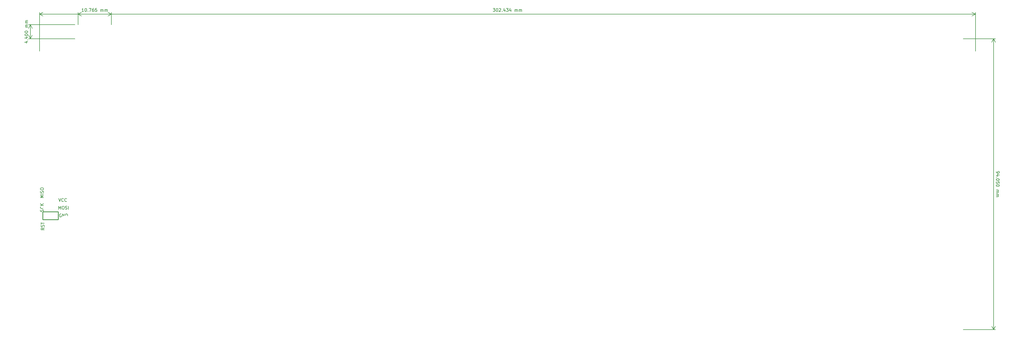
<source format=gto>
G04 #@! TF.GenerationSoftware,KiCad,Pcbnew,(5.1.5)-3*
G04 #@! TF.CreationDate,2020-10-29T06:49:22-07:00*
G04 #@! TF.ProjectId,Voyager60,566f7961-6765-4723-9630-2e6b69636164,rev?*
G04 #@! TF.SameCoordinates,Original*
G04 #@! TF.FileFunction,Legend,Top*
G04 #@! TF.FilePolarity,Positive*
%FSLAX46Y46*%
G04 Gerber Fmt 4.6, Leading zero omitted, Abs format (unit mm)*
G04 Created by KiCad (PCBNEW (5.1.5)-3) date 2020-10-29 06:49:22*
%MOMM*%
%LPD*%
G04 APERTURE LIST*
%ADD10C,0.150000*%
%ADD11C,0.250000*%
%ADD12C,2.150000*%
%ADD13C,4.387800*%
%ADD14C,3.448000*%
%ADD15C,2.100000*%
%ADD16R,2.100000X2.100000*%
%ADD17C,1.050000*%
%ADD18O,1.400000X2.500000*%
%ADD19O,1.400000X2.000000*%
G04 APERTURE END LIST*
D10*
X332470019Y-65997379D02*
X332470019Y-66187856D01*
X332517638Y-66283094D01*
X332565257Y-66330713D01*
X332708114Y-66425951D01*
X332898590Y-66473570D01*
X333279542Y-66473570D01*
X333374780Y-66425951D01*
X333422400Y-66378332D01*
X333470019Y-66283094D01*
X333470019Y-66092618D01*
X333422400Y-65997379D01*
X333374780Y-65949760D01*
X333279542Y-65902141D01*
X333041447Y-65902141D01*
X332946209Y-65949760D01*
X332898590Y-65997379D01*
X332850971Y-66092618D01*
X332850971Y-66283094D01*
X332898590Y-66378332D01*
X332946209Y-66425951D01*
X333041447Y-66473570D01*
X333136685Y-67330713D02*
X332470019Y-67330713D01*
X333517638Y-67092618D02*
X332803352Y-66854522D01*
X332803352Y-67473570D01*
X332565257Y-67854522D02*
X332517638Y-67902141D01*
X332470019Y-67854522D01*
X332517638Y-67806903D01*
X332565257Y-67854522D01*
X332470019Y-67854522D01*
X333470019Y-68521189D02*
X333470019Y-68616427D01*
X333422400Y-68711665D01*
X333374780Y-68759284D01*
X333279542Y-68806903D01*
X333089066Y-68854522D01*
X332850971Y-68854522D01*
X332660495Y-68806903D01*
X332565257Y-68759284D01*
X332517638Y-68711665D01*
X332470019Y-68616427D01*
X332470019Y-68521189D01*
X332517638Y-68425951D01*
X332565257Y-68378332D01*
X332660495Y-68330713D01*
X332850971Y-68283094D01*
X333089066Y-68283094D01*
X333279542Y-68330713D01*
X333374780Y-68378332D01*
X333422400Y-68425951D01*
X333470019Y-68521189D01*
X333470019Y-69759284D02*
X333470019Y-69283094D01*
X332993828Y-69235475D01*
X333041447Y-69283094D01*
X333089066Y-69378332D01*
X333089066Y-69616427D01*
X333041447Y-69711665D01*
X332993828Y-69759284D01*
X332898590Y-69806903D01*
X332660495Y-69806903D01*
X332565257Y-69759284D01*
X332517638Y-69711665D01*
X332470019Y-69616427D01*
X332470019Y-69378332D01*
X332517638Y-69283094D01*
X332565257Y-69235475D01*
X333470019Y-70425951D02*
X333470019Y-70521189D01*
X333422400Y-70616427D01*
X333374780Y-70664046D01*
X333279542Y-70711665D01*
X333089066Y-70759284D01*
X332850971Y-70759284D01*
X332660495Y-70711665D01*
X332565257Y-70664046D01*
X332517638Y-70616427D01*
X332470019Y-70521189D01*
X332470019Y-70425951D01*
X332517638Y-70330713D01*
X332565257Y-70283094D01*
X332660495Y-70235475D01*
X332850971Y-70187856D01*
X333089066Y-70187856D01*
X333279542Y-70235475D01*
X333374780Y-70283094D01*
X333422400Y-70330713D01*
X333470019Y-70425951D01*
X332470019Y-71949760D02*
X333136685Y-71949760D01*
X333041447Y-71949760D02*
X333089066Y-71997379D01*
X333136685Y-72092618D01*
X333136685Y-72235475D01*
X333089066Y-72330713D01*
X332993828Y-72378332D01*
X332470019Y-72378332D01*
X332993828Y-72378332D02*
X333089066Y-72425951D01*
X333136685Y-72521189D01*
X333136685Y-72664046D01*
X333089066Y-72759284D01*
X332993828Y-72806903D01*
X332470019Y-72806903D01*
X332470019Y-73283094D02*
X333136685Y-73283094D01*
X333041447Y-73283094D02*
X333089066Y-73330713D01*
X333136685Y-73425951D01*
X333136685Y-73568808D01*
X333089066Y-73664046D01*
X332993828Y-73711665D01*
X332470019Y-73711665D01*
X332993828Y-73711665D02*
X333089066Y-73759284D01*
X333136685Y-73854522D01*
X333136685Y-73997379D01*
X333089066Y-74092618D01*
X332993828Y-74140237D01*
X332470019Y-74140237D01*
X331622400Y-23020000D02*
X331622400Y-117069999D01*
X321767500Y-23020000D02*
X332208821Y-23020000D01*
X321767500Y-117069999D02*
X332208821Y-117069999D01*
X331622400Y-117069999D02*
X331035979Y-115943495D01*
X331622400Y-117069999D02*
X332208821Y-115943495D01*
X331622400Y-23020000D02*
X331035979Y-24146504D01*
X331622400Y-23020000D02*
X332208821Y-24146504D01*
X18907314Y-23960475D02*
X19573980Y-23960475D01*
X18526361Y-24198570D02*
X19240647Y-24436665D01*
X19240647Y-23817618D01*
X19478742Y-23436665D02*
X19526361Y-23389046D01*
X19573980Y-23436665D01*
X19526361Y-23484284D01*
X19478742Y-23436665D01*
X19573980Y-23436665D01*
X18907314Y-22531903D02*
X19573980Y-22531903D01*
X18526361Y-22769999D02*
X19240647Y-23008094D01*
X19240647Y-22389046D01*
X18573980Y-21817618D02*
X18573980Y-21722379D01*
X18621600Y-21627141D01*
X18669219Y-21579522D01*
X18764457Y-21531903D01*
X18954933Y-21484284D01*
X19193028Y-21484284D01*
X19383504Y-21531903D01*
X19478742Y-21579522D01*
X19526361Y-21627141D01*
X19573980Y-21722379D01*
X19573980Y-21817618D01*
X19526361Y-21912856D01*
X19478742Y-21960475D01*
X19383504Y-22008094D01*
X19193028Y-22055713D01*
X18954933Y-22055713D01*
X18764457Y-22008094D01*
X18669219Y-21960475D01*
X18621600Y-21912856D01*
X18573980Y-21817618D01*
X18573980Y-20865237D02*
X18573980Y-20769999D01*
X18621600Y-20674760D01*
X18669219Y-20627141D01*
X18764457Y-20579522D01*
X18954933Y-20531903D01*
X19193028Y-20531903D01*
X19383504Y-20579522D01*
X19478742Y-20627141D01*
X19526361Y-20674760D01*
X19573980Y-20769999D01*
X19573980Y-20865237D01*
X19526361Y-20960475D01*
X19478742Y-21008094D01*
X19383504Y-21055713D01*
X19193028Y-21103332D01*
X18954933Y-21103332D01*
X18764457Y-21055713D01*
X18669219Y-21008094D01*
X18621600Y-20960475D01*
X18573980Y-20865237D01*
X19573980Y-19341427D02*
X18907314Y-19341427D01*
X19002552Y-19341427D02*
X18954933Y-19293808D01*
X18907314Y-19198570D01*
X18907314Y-19055713D01*
X18954933Y-18960475D01*
X19050171Y-18912856D01*
X19573980Y-18912856D01*
X19050171Y-18912856D02*
X18954933Y-18865237D01*
X18907314Y-18769999D01*
X18907314Y-18627141D01*
X18954933Y-18531903D01*
X19050171Y-18484284D01*
X19573980Y-18484284D01*
X19573980Y-18008094D02*
X18907314Y-18008094D01*
X19002552Y-18008094D02*
X18954933Y-17960475D01*
X18907314Y-17865237D01*
X18907314Y-17722379D01*
X18954933Y-17627141D01*
X19050171Y-17579522D01*
X19573980Y-17579522D01*
X19050171Y-17579522D02*
X18954933Y-17531903D01*
X18907314Y-17436665D01*
X18907314Y-17293808D01*
X18954933Y-17198570D01*
X19050171Y-17150951D01*
X19573980Y-17150951D01*
X20421600Y-23019999D02*
X20421600Y-18519999D01*
X34797499Y-23019999D02*
X19835179Y-23019999D01*
X34797499Y-18519999D02*
X19835179Y-18519999D01*
X20421600Y-18519999D02*
X21008021Y-19646503D01*
X20421600Y-18519999D02*
X19835179Y-19646503D01*
X20421600Y-23019999D02*
X21008021Y-21893495D01*
X20421600Y-23019999D02*
X19835179Y-21893495D01*
X169883976Y-13239372D02*
X170503024Y-13239369D01*
X170169692Y-13620323D01*
X170312549Y-13620323D01*
X170407788Y-13667941D01*
X170455407Y-13715560D01*
X170503027Y-13810798D01*
X170503028Y-14048893D01*
X170455409Y-14144131D01*
X170407790Y-14191751D01*
X170312552Y-14239370D01*
X170026838Y-14239372D01*
X169931600Y-14191753D01*
X169883981Y-14144134D01*
X171122071Y-13239366D02*
X171217309Y-13239366D01*
X171312548Y-13286984D01*
X171360167Y-13334603D01*
X171407787Y-13429841D01*
X171455407Y-13620317D01*
X171455408Y-13858412D01*
X171407790Y-14048889D01*
X171360171Y-14144127D01*
X171312552Y-14191746D01*
X171217314Y-14239366D01*
X171122076Y-14239366D01*
X171026838Y-14191748D01*
X170979219Y-14144129D01*
X170931599Y-14048891D01*
X170883979Y-13858415D01*
X170883978Y-13620320D01*
X170931596Y-13429843D01*
X170979215Y-13334605D01*
X171026834Y-13286986D01*
X171122071Y-13239366D01*
X171836358Y-13334601D02*
X171883976Y-13286982D01*
X171979214Y-13239362D01*
X172217309Y-13239361D01*
X172312548Y-13286979D01*
X172360167Y-13334598D01*
X172407787Y-13429836D01*
X172407787Y-13525074D01*
X172360169Y-13667932D01*
X171788743Y-14239363D01*
X172407791Y-14239360D01*
X172836362Y-14144120D02*
X172883981Y-14191739D01*
X172836362Y-14239358D01*
X172788743Y-14191739D01*
X172836362Y-14144120D01*
X172836362Y-14239358D01*
X173741121Y-13572687D02*
X173741124Y-14239353D01*
X173503024Y-13191736D02*
X173264932Y-13906022D01*
X173883979Y-13906019D01*
X174169690Y-13239351D02*
X174788738Y-13239348D01*
X174455407Y-13620302D01*
X174598264Y-13620302D01*
X174693502Y-13667920D01*
X174741121Y-13715539D01*
X174788741Y-13810777D01*
X174788742Y-14048872D01*
X174741123Y-14144110D01*
X174693505Y-14191730D01*
X174598267Y-14239349D01*
X174312552Y-14239351D01*
X174217314Y-14191732D01*
X174169695Y-14144113D01*
X175645883Y-13572677D02*
X175645886Y-14239344D01*
X175407785Y-13191726D02*
X175169694Y-13906013D01*
X175788741Y-13906010D01*
X176931600Y-14239338D02*
X176931597Y-13572671D01*
X176931597Y-13667909D02*
X176979216Y-13620290D01*
X177074454Y-13572670D01*
X177217311Y-13572670D01*
X177312549Y-13620288D01*
X177360169Y-13715526D01*
X177360172Y-14239336D01*
X177360169Y-13715526D02*
X177407788Y-13620288D01*
X177503025Y-13572668D01*
X177645883Y-13572668D01*
X177741121Y-13620286D01*
X177788740Y-13715524D01*
X177788743Y-14239334D01*
X178264933Y-14239331D02*
X178264930Y-13572665D01*
X178264931Y-13667903D02*
X178312549Y-13620283D01*
X178407787Y-13572664D01*
X178550644Y-13572663D01*
X178645883Y-13620282D01*
X178693502Y-13715520D01*
X178693505Y-14239329D01*
X178693502Y-13715520D02*
X178741121Y-13620281D01*
X178836359Y-13572662D01*
X178979216Y-13572661D01*
X179074454Y-13620280D01*
X179122074Y-13715517D01*
X179122076Y-14239327D01*
X23333864Y-15087712D02*
X325767441Y-15086227D01*
X23333923Y-27021485D02*
X23333862Y-14501291D01*
X325767500Y-27020000D02*
X325767439Y-14499806D01*
X325767441Y-15086227D02*
X324640940Y-15672653D01*
X325767441Y-15086227D02*
X324640934Y-14499812D01*
X23333864Y-15087712D02*
X24460371Y-15674127D01*
X23333864Y-15087712D02*
X24460365Y-14501286D01*
X37608571Y-14239980D02*
X37037142Y-14239980D01*
X37322857Y-14239980D02*
X37322857Y-13239980D01*
X37227619Y-13382838D01*
X37132380Y-13478076D01*
X37037142Y-13525695D01*
X38227619Y-13239980D02*
X38322857Y-13239980D01*
X38418095Y-13287600D01*
X38465714Y-13335219D01*
X38513333Y-13430457D01*
X38560952Y-13620933D01*
X38560952Y-13859028D01*
X38513333Y-14049504D01*
X38465714Y-14144742D01*
X38418095Y-14192361D01*
X38322857Y-14239980D01*
X38227619Y-14239980D01*
X38132380Y-14192361D01*
X38084761Y-14144742D01*
X38037142Y-14049504D01*
X37989523Y-13859028D01*
X37989523Y-13620933D01*
X38037142Y-13430457D01*
X38084761Y-13335219D01*
X38132380Y-13287600D01*
X38227619Y-13239980D01*
X38989523Y-14144742D02*
X39037142Y-14192361D01*
X38989523Y-14239980D01*
X38941904Y-14192361D01*
X38989523Y-14144742D01*
X38989523Y-14239980D01*
X39370476Y-13239980D02*
X40037142Y-13239980D01*
X39608571Y-14239980D01*
X40846666Y-13239980D02*
X40656190Y-13239980D01*
X40560952Y-13287600D01*
X40513333Y-13335219D01*
X40418095Y-13478076D01*
X40370476Y-13668552D01*
X40370476Y-14049504D01*
X40418095Y-14144742D01*
X40465714Y-14192361D01*
X40560952Y-14239980D01*
X40751428Y-14239980D01*
X40846666Y-14192361D01*
X40894285Y-14144742D01*
X40941904Y-14049504D01*
X40941904Y-13811409D01*
X40894285Y-13716171D01*
X40846666Y-13668552D01*
X40751428Y-13620933D01*
X40560952Y-13620933D01*
X40465714Y-13668552D01*
X40418095Y-13716171D01*
X40370476Y-13811409D01*
X41846666Y-13239980D02*
X41370476Y-13239980D01*
X41322857Y-13716171D01*
X41370476Y-13668552D01*
X41465714Y-13620933D01*
X41703809Y-13620933D01*
X41799047Y-13668552D01*
X41846666Y-13716171D01*
X41894285Y-13811409D01*
X41894285Y-14049504D01*
X41846666Y-14144742D01*
X41799047Y-14192361D01*
X41703809Y-14239980D01*
X41465714Y-14239980D01*
X41370476Y-14192361D01*
X41322857Y-14144742D01*
X43084761Y-14239980D02*
X43084761Y-13573314D01*
X43084761Y-13668552D02*
X43132380Y-13620933D01*
X43227619Y-13573314D01*
X43370476Y-13573314D01*
X43465714Y-13620933D01*
X43513333Y-13716171D01*
X43513333Y-14239980D01*
X43513333Y-13716171D02*
X43560952Y-13620933D01*
X43656190Y-13573314D01*
X43799047Y-13573314D01*
X43894285Y-13620933D01*
X43941904Y-13716171D01*
X43941904Y-14239980D01*
X44418095Y-14239980D02*
X44418095Y-13573314D01*
X44418095Y-13668552D02*
X44465714Y-13620933D01*
X44560952Y-13573314D01*
X44703809Y-13573314D01*
X44799047Y-13620933D01*
X44846666Y-13716171D01*
X44846666Y-14239980D01*
X44846666Y-13716171D02*
X44894285Y-13620933D01*
X44989523Y-13573314D01*
X45132380Y-13573314D01*
X45227619Y-13620933D01*
X45275238Y-13716171D01*
X45275238Y-14239980D01*
X35797500Y-15087600D02*
X46562500Y-15087600D01*
X35797500Y-18519999D02*
X35797500Y-14501179D01*
X46562500Y-18519999D02*
X46562500Y-14501179D01*
X46562500Y-15087600D02*
X45435996Y-15674021D01*
X46562500Y-15087600D02*
X45435996Y-14501179D01*
X35797500Y-15087600D02*
X36924004Y-15674021D01*
X35797500Y-15087600D02*
X36924004Y-14501179D01*
D11*
X24350000Y-81450000D02*
X24350000Y-78950000D01*
X29350000Y-81450000D02*
X24350000Y-81450000D01*
X29350000Y-78950000D02*
X29350000Y-81450000D01*
X24350000Y-78950000D02*
X29350000Y-78950000D01*
D10*
X30338095Y-79700000D02*
X30242857Y-79652380D01*
X30100000Y-79652380D01*
X29957142Y-79700000D01*
X29861904Y-79795238D01*
X29814285Y-79890476D01*
X29766666Y-80080952D01*
X29766666Y-80223809D01*
X29814285Y-80414285D01*
X29861904Y-80509523D01*
X29957142Y-80604761D01*
X30100000Y-80652380D01*
X30195238Y-80652380D01*
X30338095Y-80604761D01*
X30385714Y-80557142D01*
X30385714Y-80223809D01*
X30195238Y-80223809D01*
X30814285Y-80652380D02*
X30814285Y-79652380D01*
X31385714Y-80652380D01*
X31385714Y-79652380D01*
X31861904Y-80652380D02*
X31861904Y-79652380D01*
X32100000Y-79652380D01*
X32242857Y-79700000D01*
X32338095Y-79795238D01*
X32385714Y-79890476D01*
X32433333Y-80080952D01*
X32433333Y-80223809D01*
X32385714Y-80414285D01*
X32338095Y-80509523D01*
X32242857Y-80604761D01*
X32100000Y-80652380D01*
X31861904Y-80652380D01*
X24842380Y-84197619D02*
X24366190Y-84530952D01*
X24842380Y-84769047D02*
X23842380Y-84769047D01*
X23842380Y-84388095D01*
X23890000Y-84292857D01*
X23937619Y-84245238D01*
X24032857Y-84197619D01*
X24175714Y-84197619D01*
X24270952Y-84245238D01*
X24318571Y-84292857D01*
X24366190Y-84388095D01*
X24366190Y-84769047D01*
X24794761Y-83816666D02*
X24842380Y-83673809D01*
X24842380Y-83435714D01*
X24794761Y-83340476D01*
X24747142Y-83292857D01*
X24651904Y-83245238D01*
X24556666Y-83245238D01*
X24461428Y-83292857D01*
X24413809Y-83340476D01*
X24366190Y-83435714D01*
X24318571Y-83626190D01*
X24270952Y-83721428D01*
X24223333Y-83769047D01*
X24128095Y-83816666D01*
X24032857Y-83816666D01*
X23937619Y-83769047D01*
X23890000Y-83721428D01*
X23842380Y-83626190D01*
X23842380Y-83388095D01*
X23890000Y-83245238D01*
X23842380Y-82959523D02*
X23842380Y-82388095D01*
X24842380Y-82673809D02*
X23842380Y-82673809D01*
X29528571Y-78152380D02*
X29528571Y-77152380D01*
X29861904Y-77866666D01*
X30195238Y-77152380D01*
X30195238Y-78152380D01*
X30861904Y-77152380D02*
X31052380Y-77152380D01*
X31147619Y-77200000D01*
X31242857Y-77295238D01*
X31290476Y-77485714D01*
X31290476Y-77819047D01*
X31242857Y-78009523D01*
X31147619Y-78104761D01*
X31052380Y-78152380D01*
X30861904Y-78152380D01*
X30766666Y-78104761D01*
X30671428Y-78009523D01*
X30623809Y-77819047D01*
X30623809Y-77485714D01*
X30671428Y-77295238D01*
X30766666Y-77200000D01*
X30861904Y-77152380D01*
X31671428Y-78104761D02*
X31814285Y-78152380D01*
X32052380Y-78152380D01*
X32147619Y-78104761D01*
X32195238Y-78057142D01*
X32242857Y-77961904D01*
X32242857Y-77866666D01*
X32195238Y-77771428D01*
X32147619Y-77723809D01*
X32052380Y-77676190D01*
X31861904Y-77628571D01*
X31766666Y-77580952D01*
X31719047Y-77533333D01*
X31671428Y-77438095D01*
X31671428Y-77342857D01*
X31719047Y-77247619D01*
X31766666Y-77200000D01*
X31861904Y-77152380D01*
X32100000Y-77152380D01*
X32242857Y-77200000D01*
X32671428Y-78152380D02*
X32671428Y-77152380D01*
X24584761Y-78895714D02*
X24632380Y-78752857D01*
X24632380Y-78514761D01*
X24584761Y-78419523D01*
X24537142Y-78371904D01*
X24441904Y-78324285D01*
X24346666Y-78324285D01*
X24251428Y-78371904D01*
X24203809Y-78419523D01*
X24156190Y-78514761D01*
X24108571Y-78705238D01*
X24060952Y-78800476D01*
X24013333Y-78848095D01*
X23918095Y-78895714D01*
X23822857Y-78895714D01*
X23727619Y-78848095D01*
X23680000Y-78800476D01*
X23632380Y-78705238D01*
X23632380Y-78467142D01*
X23680000Y-78324285D01*
X24537142Y-77324285D02*
X24584761Y-77371904D01*
X24632380Y-77514761D01*
X24632380Y-77610000D01*
X24584761Y-77752857D01*
X24489523Y-77848095D01*
X24394285Y-77895714D01*
X24203809Y-77943333D01*
X24060952Y-77943333D01*
X23870476Y-77895714D01*
X23775238Y-77848095D01*
X23680000Y-77752857D01*
X23632380Y-77610000D01*
X23632380Y-77514761D01*
X23680000Y-77371904D01*
X23727619Y-77324285D01*
X24632380Y-76895714D02*
X23632380Y-76895714D01*
X24632380Y-76324285D02*
X24060952Y-76752857D01*
X23632380Y-76324285D02*
X24203809Y-76895714D01*
X29516666Y-74652380D02*
X29850000Y-75652380D01*
X30183333Y-74652380D01*
X31088095Y-75557142D02*
X31040476Y-75604761D01*
X30897619Y-75652380D01*
X30802380Y-75652380D01*
X30659523Y-75604761D01*
X30564285Y-75509523D01*
X30516666Y-75414285D01*
X30469047Y-75223809D01*
X30469047Y-75080952D01*
X30516666Y-74890476D01*
X30564285Y-74795238D01*
X30659523Y-74700000D01*
X30802380Y-74652380D01*
X30897619Y-74652380D01*
X31040476Y-74700000D01*
X31088095Y-74747619D01*
X32088095Y-75557142D02*
X32040476Y-75604761D01*
X31897619Y-75652380D01*
X31802380Y-75652380D01*
X31659523Y-75604761D01*
X31564285Y-75509523D01*
X31516666Y-75414285D01*
X31469047Y-75223809D01*
X31469047Y-75080952D01*
X31516666Y-74890476D01*
X31564285Y-74795238D01*
X31659523Y-74700000D01*
X31802380Y-74652380D01*
X31897619Y-74652380D01*
X32040476Y-74700000D01*
X32088095Y-74747619D01*
X24642380Y-74401428D02*
X23642380Y-74401428D01*
X24356666Y-74068095D01*
X23642380Y-73734761D01*
X24642380Y-73734761D01*
X24642380Y-73258571D02*
X23642380Y-73258571D01*
X24594761Y-72830000D02*
X24642380Y-72687142D01*
X24642380Y-72449047D01*
X24594761Y-72353809D01*
X24547142Y-72306190D01*
X24451904Y-72258571D01*
X24356666Y-72258571D01*
X24261428Y-72306190D01*
X24213809Y-72353809D01*
X24166190Y-72449047D01*
X24118571Y-72639523D01*
X24070952Y-72734761D01*
X24023333Y-72782380D01*
X23928095Y-72830000D01*
X23832857Y-72830000D01*
X23737619Y-72782380D01*
X23690000Y-72734761D01*
X23642380Y-72639523D01*
X23642380Y-72401428D01*
X23690000Y-72258571D01*
X23642380Y-71639523D02*
X23642380Y-71449047D01*
X23690000Y-71353809D01*
X23785238Y-71258571D01*
X23975714Y-71210952D01*
X24309047Y-71210952D01*
X24499523Y-71258571D01*
X24594761Y-71353809D01*
X24642380Y-71449047D01*
X24642380Y-71639523D01*
X24594761Y-71734761D01*
X24499523Y-71830000D01*
X24309047Y-71877619D01*
X23975714Y-71877619D01*
X23785238Y-71830000D01*
X23690000Y-71734761D01*
X23642380Y-71639523D01*
%LPC*%
D12*
X39211250Y-69850000D03*
X29051250Y-69850000D03*
D13*
X34131250Y-69850000D03*
D12*
X41592500Y-50800000D03*
X31432500Y-50800000D03*
D13*
X36512500Y-50800000D03*
D12*
X155892500Y-88900000D03*
X145732500Y-88900000D03*
D13*
X150812500Y-88900000D03*
D12*
X198755000Y-50800000D03*
X188595000Y-50800000D03*
D13*
X193675000Y-50800000D03*
D12*
X203517500Y-69850000D03*
X193357500Y-69850000D03*
D13*
X198437500Y-69850000D03*
X298481750Y-78105000D03*
X274605750Y-78105000D03*
D14*
X298481750Y-62865000D03*
X274605750Y-62865000D03*
D12*
X291623750Y-69850000D03*
X281463750Y-69850000D03*
D13*
X286543750Y-69850000D03*
D12*
X43973750Y-69850000D03*
X33813750Y-69850000D03*
D13*
X38893750Y-69850000D03*
X55594250Y-97155000D03*
X31718250Y-97155000D03*
D14*
X55594250Y-81915000D03*
X31718250Y-81915000D03*
D12*
X48736250Y-88900000D03*
X38576250Y-88900000D03*
D13*
X43656250Y-88900000D03*
X222250000Y-99695000D03*
X107950000Y-99695000D03*
D14*
X222250000Y-114935000D03*
X107950000Y-114935000D03*
D12*
X170180000Y-107950000D03*
X160020000Y-107950000D03*
D13*
X165100000Y-107950000D03*
D12*
X108267500Y-69850000D03*
X98107500Y-69850000D03*
D13*
X103187500Y-69850000D03*
D12*
X55880000Y-31750000D03*
X45720000Y-31750000D03*
D13*
X50800000Y-31750000D03*
D12*
X86836250Y-107950000D03*
X76676250Y-107950000D03*
D13*
X81756250Y-107950000D03*
D12*
X79692500Y-88900000D03*
X69532500Y-88900000D03*
D13*
X74612500Y-88900000D03*
D12*
X160655000Y-50800000D03*
X150495000Y-50800000D03*
D13*
X155575000Y-50800000D03*
D12*
X98742500Y-88900000D03*
X88582500Y-88900000D03*
D13*
X93662500Y-88900000D03*
D12*
X65405000Y-107950000D03*
X55245000Y-107950000D03*
D13*
X60325000Y-107950000D03*
D12*
X63023750Y-107950000D03*
X52863750Y-107950000D03*
D13*
X57943750Y-107950000D03*
D12*
X84455000Y-50800000D03*
X74295000Y-50800000D03*
D13*
X79375000Y-50800000D03*
D12*
X136842500Y-88900000D03*
X126682500Y-88900000D03*
D13*
X131762500Y-88900000D03*
D12*
X179705000Y-50800000D03*
X169545000Y-50800000D03*
D13*
X174625000Y-50800000D03*
D12*
X141605000Y-50800000D03*
X131445000Y-50800000D03*
D13*
X136525000Y-50800000D03*
D12*
X303530000Y-88900000D03*
X293370000Y-88900000D03*
D13*
X298450000Y-88900000D03*
D12*
X277336250Y-88900000D03*
X267176250Y-88900000D03*
D13*
X272256250Y-88900000D03*
X203193650Y-99695000D03*
X103193850Y-99695000D03*
D14*
X203193650Y-114935000D03*
X103193850Y-114935000D03*
D12*
X158273750Y-107950000D03*
X148113750Y-107950000D03*
D13*
X153193750Y-107950000D03*
D12*
X89217500Y-69850000D03*
X79057500Y-69850000D03*
D13*
X84137500Y-69850000D03*
D12*
X253523750Y-107950000D03*
X243363750Y-107950000D03*
D13*
X248443750Y-107950000D03*
D12*
X284480000Y-107950000D03*
X274320000Y-107950000D03*
D13*
X279400000Y-107950000D03*
D12*
X303530000Y-107950000D03*
X293370000Y-107950000D03*
D13*
X298450000Y-107950000D03*
D12*
X251142500Y-107950000D03*
X240982500Y-107950000D03*
D13*
X246062500Y-107950000D03*
D12*
X229711250Y-107950000D03*
X219551250Y-107950000D03*
D13*
X224631250Y-107950000D03*
D12*
X122555000Y-50800000D03*
X112395000Y-50800000D03*
D13*
X117475000Y-50800000D03*
D12*
X65405000Y-50800000D03*
X55245000Y-50800000D03*
D13*
X60325000Y-50800000D03*
D12*
X236855000Y-50800000D03*
X226695000Y-50800000D03*
D13*
X231775000Y-50800000D03*
D12*
X217805000Y-50800000D03*
X207645000Y-50800000D03*
D13*
X212725000Y-50800000D03*
D12*
X174942500Y-88900000D03*
X164782500Y-88900000D03*
D13*
X169862500Y-88900000D03*
D12*
X193992500Y-88900000D03*
X183832500Y-88900000D03*
D13*
X188912500Y-88900000D03*
D12*
X222567500Y-69850000D03*
X212407500Y-69850000D03*
D13*
X217487500Y-69850000D03*
D12*
X184467500Y-69850000D03*
X174307500Y-69850000D03*
D13*
X179387500Y-69850000D03*
D12*
X165417500Y-69850000D03*
X155257500Y-69850000D03*
D13*
X160337500Y-69850000D03*
D12*
X146367500Y-69850000D03*
X136207500Y-69850000D03*
D13*
X141287500Y-69850000D03*
D12*
X322580000Y-107950000D03*
X312420000Y-107950000D03*
D13*
X317500000Y-107950000D03*
D12*
X322580000Y-88900000D03*
X312420000Y-88900000D03*
D13*
X317500000Y-88900000D03*
D12*
X322580000Y-69850000D03*
X312420000Y-69850000D03*
D13*
X317500000Y-69850000D03*
D12*
X322580000Y-50800000D03*
X312420000Y-50800000D03*
D13*
X317500000Y-50800000D03*
D12*
X322580000Y-31750000D03*
X312420000Y-31750000D03*
D13*
X317500000Y-31750000D03*
D12*
X127317500Y-69850000D03*
X117157500Y-69850000D03*
D13*
X122237500Y-69850000D03*
D12*
X36830000Y-31750000D03*
X26670000Y-31750000D03*
D13*
X31750000Y-31750000D03*
D12*
X103505000Y-50800000D03*
X93345000Y-50800000D03*
D13*
X98425000Y-50800000D03*
D12*
X41592500Y-107950000D03*
X31432500Y-107950000D03*
D13*
X36512500Y-107950000D03*
D12*
X39211250Y-107950000D03*
X29051250Y-107950000D03*
D13*
X34131250Y-107950000D03*
D12*
X117792500Y-88900000D03*
X107632500Y-88900000D03*
D13*
X112712500Y-88900000D03*
X300863000Y-40005000D03*
X276987000Y-40005000D03*
D14*
X300863000Y-24765000D03*
X276987000Y-24765000D03*
D12*
X294005000Y-31750000D03*
X283845000Y-31750000D03*
D13*
X288925000Y-31750000D03*
D12*
X89217500Y-107950000D03*
X79057500Y-107950000D03*
D13*
X84137500Y-107950000D03*
D12*
X70167500Y-69850000D03*
X60007500Y-69850000D03*
D13*
X65087500Y-69850000D03*
D12*
X274955000Y-50800000D03*
X264795000Y-50800000D03*
D13*
X269875000Y-50800000D03*
D12*
X298767500Y-50800000D03*
X288607500Y-50800000D03*
D13*
X293687500Y-50800000D03*
D12*
X255905000Y-50800000D03*
X245745000Y-50800000D03*
D13*
X250825000Y-50800000D03*
D12*
X265430000Y-31750000D03*
X255270000Y-31750000D03*
D13*
X260350000Y-31750000D03*
D12*
X241617500Y-69850000D03*
X231457500Y-69850000D03*
D13*
X236537500Y-69850000D03*
D12*
X251142500Y-88900000D03*
X240982500Y-88900000D03*
D13*
X246062500Y-88900000D03*
D12*
X246380000Y-31750000D03*
X236220000Y-31750000D03*
D13*
X241300000Y-31750000D03*
D12*
X260667500Y-69850000D03*
X250507500Y-69850000D03*
D13*
X255587500Y-69850000D03*
D12*
X227330000Y-31750000D03*
X217170000Y-31750000D03*
D13*
X222250000Y-31750000D03*
D12*
X208280000Y-31750000D03*
X198120000Y-31750000D03*
D13*
X203200000Y-31750000D03*
D12*
X189230000Y-31750000D03*
X179070000Y-31750000D03*
D13*
X184150000Y-31750000D03*
D12*
X170180000Y-31750000D03*
X160020000Y-31750000D03*
D13*
X165100000Y-31750000D03*
D12*
X151130000Y-31750000D03*
X140970000Y-31750000D03*
D13*
X146050000Y-31750000D03*
D12*
X132080000Y-31750000D03*
X121920000Y-31750000D03*
D13*
X127000000Y-31750000D03*
D12*
X113030000Y-31750000D03*
X102870000Y-31750000D03*
D13*
X107950000Y-31750000D03*
D12*
X93980000Y-31750000D03*
X83820000Y-31750000D03*
D13*
X88900000Y-31750000D03*
D12*
X74930000Y-31750000D03*
X64770000Y-31750000D03*
D13*
X69850000Y-31750000D03*
D12*
X213042500Y-88900000D03*
X202882500Y-88900000D03*
D13*
X207962500Y-88900000D03*
D12*
X232092500Y-88900000D03*
X221932500Y-88900000D03*
D13*
X227012500Y-88900000D03*
D15*
X25580000Y-75160000D03*
X28120000Y-75160000D03*
X25580000Y-77700000D03*
X28120000Y-77700000D03*
X25580000Y-80240000D03*
D16*
X28120000Y-80240000D03*
D17*
X44107600Y-23977500D03*
X38327600Y-23977500D03*
D18*
X36897600Y-24507500D03*
X45537600Y-24507500D03*
D19*
X36897600Y-20327500D03*
X45537600Y-20327500D03*
M02*

</source>
